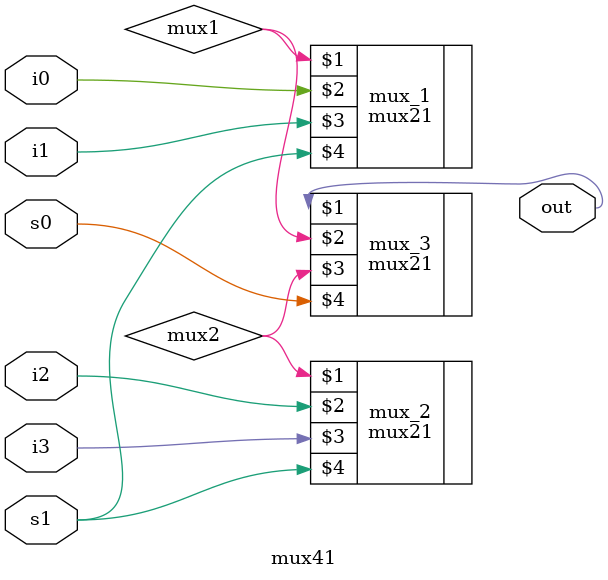
<source format=v>
`timescale 1ns / 1ps
module mux41(out,i0,i1,i2,i3,s1,s0);
input i0,i1,i2,i3,s1,s0;
output out;
wire mux1,mux2;
mux21 mux_1(mux1,i0,i1,s1);
mux21 mux_2(mux2,i2,i3,s1);
mux21 mux_3(out,mux1,mux2,s0);
endmodule

</source>
